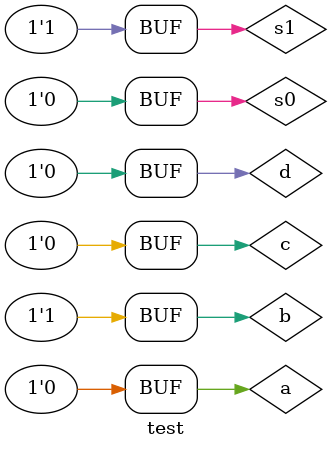
<source format=v>
module fourToOne(a,b,c,d,s0,s1,y);
input a,b,c,d,s0,s1;
output y;

wire w0, w1, out1, out2, out3, out4;

not g1(w1,s1);
not g2(w0,s0);
and g3(out1, s1, s0, d);
and g4(out2, s1,w0, c);
and g5(out3, w1,s0, b);
and g6(out4, w1,w0, a);

or g7(y, out1, out2, out3, out4);

endmodule

module test;
reg a,b,c,d,s0,s1;
wire y;
fourToOne i(a,b,c,d,s0,s1,y);
initial begin
    a=1'b0;
    b=1'b0;
    c=1'b0;
    d=1'b0;
    s0=1'b0;
    s1=1'b0;
    $monitor("Time:time:%0t, a=%b, b=%b, c=%b, d=%b, s0=%b, s1=%b, y=%b",$time, a,b,c,d,s0,s1,y);
    #5 a=1'b0; b=1'b0; c=1'b0; d=1'b0; s0=1'b1; s1=1'b0;
    #5 a=1'b0; b=1'b1; c=1'b1; d=1'b1; s0=1'b0; s1=1'b1;
    #5 a=1'b0; b=1'b0; c=1'b1; d=1'b1; s0=1'b1; s1=1'b0;
    #5 a=1'b0; b=1'b1; c=1'b0; d=1'b0; s0=1'b0; s1=1'b1;

end
endmodule
</source>
